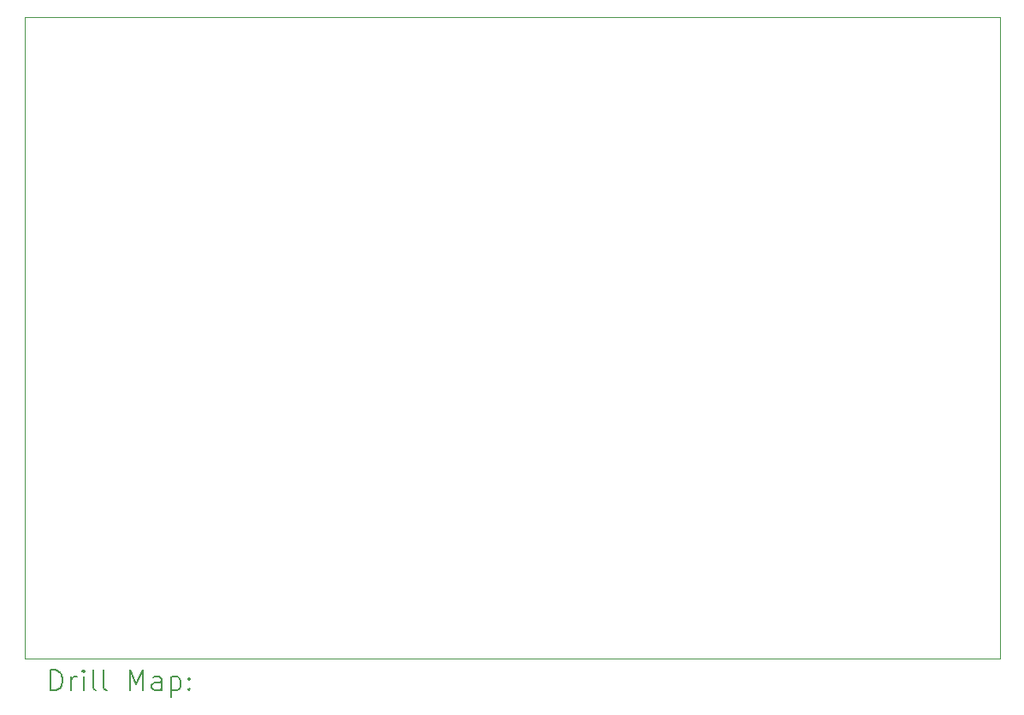
<source format=gbr>
%TF.GenerationSoftware,KiCad,Pcbnew,8.0.8*%
%TF.CreationDate,2025-07-15T12:34:13-07:00*%
%TF.ProjectId,complete_SR1,636f6d70-6c65-4746-955f-5352312e6b69,rev?*%
%TF.SameCoordinates,Original*%
%TF.FileFunction,Drillmap*%
%TF.FilePolarity,Positive*%
%FSLAX45Y45*%
G04 Gerber Fmt 4.5, Leading zero omitted, Abs format (unit mm)*
G04 Created by KiCad (PCBNEW 8.0.8) date 2025-07-15 12:34:13*
%MOMM*%
%LPD*%
G01*
G04 APERTURE LIST*
%ADD10C,0.050000*%
%ADD11C,0.200000*%
G04 APERTURE END LIST*
D10*
X1200000Y-1200000D02*
X10852000Y-1200000D01*
X10852000Y-7550000D01*
X1200000Y-7550000D01*
X1200000Y-1200000D01*
D11*
X1458277Y-7863984D02*
X1458277Y-7663984D01*
X1458277Y-7663984D02*
X1505896Y-7663984D01*
X1505896Y-7663984D02*
X1534467Y-7673508D01*
X1534467Y-7673508D02*
X1553515Y-7692555D01*
X1553515Y-7692555D02*
X1563039Y-7711603D01*
X1563039Y-7711603D02*
X1572562Y-7749698D01*
X1572562Y-7749698D02*
X1572562Y-7778269D01*
X1572562Y-7778269D02*
X1563039Y-7816365D01*
X1563039Y-7816365D02*
X1553515Y-7835412D01*
X1553515Y-7835412D02*
X1534467Y-7854460D01*
X1534467Y-7854460D02*
X1505896Y-7863984D01*
X1505896Y-7863984D02*
X1458277Y-7863984D01*
X1658277Y-7863984D02*
X1658277Y-7730650D01*
X1658277Y-7768746D02*
X1667801Y-7749698D01*
X1667801Y-7749698D02*
X1677324Y-7740174D01*
X1677324Y-7740174D02*
X1696372Y-7730650D01*
X1696372Y-7730650D02*
X1715420Y-7730650D01*
X1782086Y-7863984D02*
X1782086Y-7730650D01*
X1782086Y-7663984D02*
X1772562Y-7673508D01*
X1772562Y-7673508D02*
X1782086Y-7683031D01*
X1782086Y-7683031D02*
X1791610Y-7673508D01*
X1791610Y-7673508D02*
X1782086Y-7663984D01*
X1782086Y-7663984D02*
X1782086Y-7683031D01*
X1905896Y-7863984D02*
X1886848Y-7854460D01*
X1886848Y-7854460D02*
X1877324Y-7835412D01*
X1877324Y-7835412D02*
X1877324Y-7663984D01*
X2010658Y-7863984D02*
X1991610Y-7854460D01*
X1991610Y-7854460D02*
X1982086Y-7835412D01*
X1982086Y-7835412D02*
X1982086Y-7663984D01*
X2239229Y-7863984D02*
X2239229Y-7663984D01*
X2239229Y-7663984D02*
X2305896Y-7806841D01*
X2305896Y-7806841D02*
X2372563Y-7663984D01*
X2372563Y-7663984D02*
X2372563Y-7863984D01*
X2553515Y-7863984D02*
X2553515Y-7759222D01*
X2553515Y-7759222D02*
X2543991Y-7740174D01*
X2543991Y-7740174D02*
X2524944Y-7730650D01*
X2524944Y-7730650D02*
X2486848Y-7730650D01*
X2486848Y-7730650D02*
X2467801Y-7740174D01*
X2553515Y-7854460D02*
X2534467Y-7863984D01*
X2534467Y-7863984D02*
X2486848Y-7863984D01*
X2486848Y-7863984D02*
X2467801Y-7854460D01*
X2467801Y-7854460D02*
X2458277Y-7835412D01*
X2458277Y-7835412D02*
X2458277Y-7816365D01*
X2458277Y-7816365D02*
X2467801Y-7797317D01*
X2467801Y-7797317D02*
X2486848Y-7787793D01*
X2486848Y-7787793D02*
X2534467Y-7787793D01*
X2534467Y-7787793D02*
X2553515Y-7778269D01*
X2648753Y-7730650D02*
X2648753Y-7930650D01*
X2648753Y-7740174D02*
X2667801Y-7730650D01*
X2667801Y-7730650D02*
X2705896Y-7730650D01*
X2705896Y-7730650D02*
X2724944Y-7740174D01*
X2724944Y-7740174D02*
X2734467Y-7749698D01*
X2734467Y-7749698D02*
X2743991Y-7768746D01*
X2743991Y-7768746D02*
X2743991Y-7825888D01*
X2743991Y-7825888D02*
X2734467Y-7844936D01*
X2734467Y-7844936D02*
X2724944Y-7854460D01*
X2724944Y-7854460D02*
X2705896Y-7863984D01*
X2705896Y-7863984D02*
X2667801Y-7863984D01*
X2667801Y-7863984D02*
X2648753Y-7854460D01*
X2829705Y-7844936D02*
X2839229Y-7854460D01*
X2839229Y-7854460D02*
X2829705Y-7863984D01*
X2829705Y-7863984D02*
X2820182Y-7854460D01*
X2820182Y-7854460D02*
X2829705Y-7844936D01*
X2829705Y-7844936D02*
X2829705Y-7863984D01*
X2829705Y-7740174D02*
X2839229Y-7749698D01*
X2839229Y-7749698D02*
X2829705Y-7759222D01*
X2829705Y-7759222D02*
X2820182Y-7749698D01*
X2820182Y-7749698D02*
X2829705Y-7740174D01*
X2829705Y-7740174D02*
X2829705Y-7759222D01*
M02*

</source>
